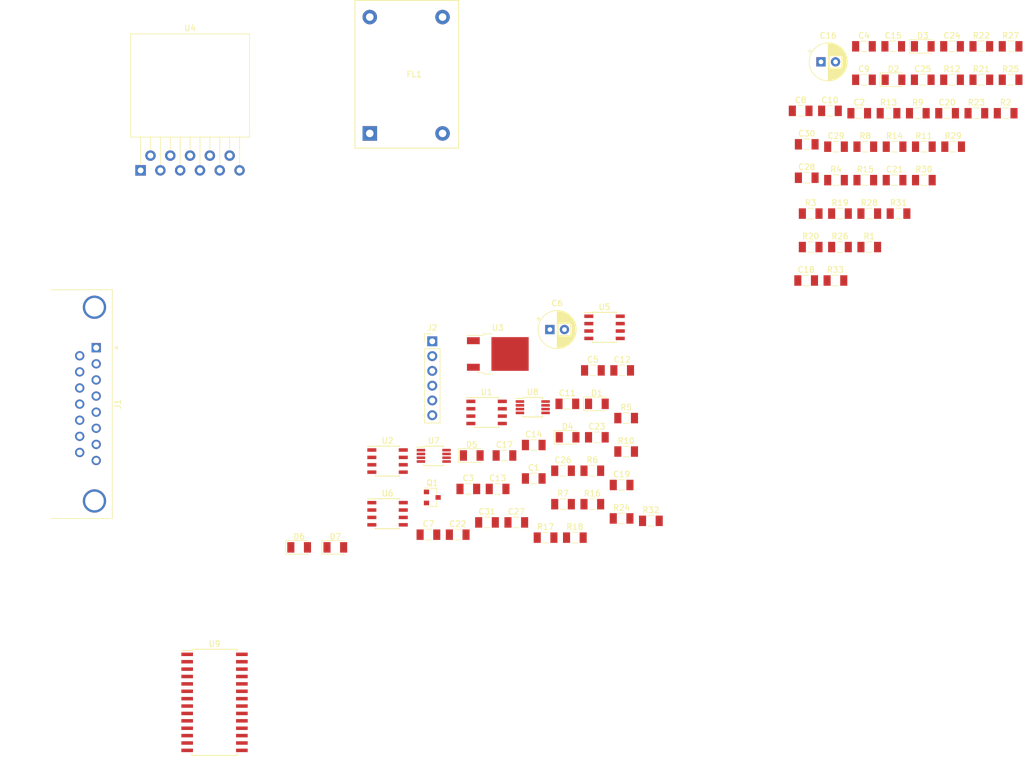
<source format=kicad_pcb>
(kicad_pcb (version 20171130) (host pcbnew "(5.0.0-rc2-dev-451-g0294e41cb)")
  (layers (0 F.Cu signal) (31 B.Cu signal) (34 B.Paste user) (35 F.Paste user) (36 B.SilkS user) (37 F.SilkS user) (38 B.Mask user) (39 F.Mask user) (44 Edge.Cuts user))
  (net 0 "")
  (net 1 "Net-(C1-Pad2)")
  (net 2 GND)
  (net 3 "Net-(C2-Pad2)")
  (net 4 +15V)
  (net 5 +5V)
  (net 6 "Net-(C11-Pad2)")
  (net 7 "Net-(C12-Pad2)")
  (net 8 OCC1)
  (net 9 "Net-(C17-Pad1)")
  (net 10 PWM2)
  (net 11 "Net-(C18-Pad2)")
  (net 12 "Net-(C19-Pad2)")
  (net 13 "Net-(C21-Pad2)")
  (net 14 BMF)
  (net 15 "Net-(C23-Pad2)")
  (net 16 "Net-(C25-Pad2)")
  (net 17 "Net-(C26-Pad2)")
  (net 18 OCC)
  (net 19 CSEN_FLT)
  (net 20 ID_R)
  (net 21 "Net-(C30-Pad1)")
  (net 22 "Net-(C31-Pad2)")
  (net 23 "Net-(D1-Pad2)")
  (net 24 "Net-(D2-Pad2)")
  (net 25 "Net-(D3-Pad2)")
  (net 26 "Net-(D4-Pad2)")
  (net 27 ID)
  (net 28 RST)
  (net 29 OCC2)
  (net 30 PWMO2)
  (net 31 PWMO1)
  (net 32 ICSPDAT)
  (net 33 ICSPCLK)
  (net 34 "Net-(J2-Pad6)")
  (net 35 "Net-(Q1-Pad1)")
  (net 36 "Net-(R3-Pad2)")
  (net 37 VBUS)
  (net 38 BRK)
  (net 39 PWM)
  (net 40 DIR)
  (net 41 "Net-(R8-Pad1)")
  (net 42 THFLG)
  (net 43 "Net-(R13-Pad1)")
  (net 44 "Net-(R13-Pad2)")
  (net 45 TX_ENA)
  (net 46 "Net-(R18-Pad2)")
  (net 47 "Net-(R20-Pad1)")
  (net 48 "Net-(R20-Pad2)")
  (net 49 "Net-(R23-Pad2)")
  (net 50 CSEN)
  (net 51 "Net-(R26-Pad1)")
  (net 52 "Net-(R27-Pad1)")
  (net 53 "Net-(R28-Pad1)")
  (net 54 Reset_A)
  (net 55 Reset_B)
  (net 56 SYNC)
  (net 57 Sync_A)
  (net 58 Sync_B)
  (net 59 TX_B)
  (net 60 TX_A)
  (net 61 TX)
  (net 62 "Net-(U5-Pad1)")
  (net 63 RX_B)
  (net 64 RX_A)
  (net 65 RX)
  (net 66 "Net-(U9-Pad6)")
  (net 67 "Net-(U9-Pad7)")
  (net 68 "Net-(U9-Pad9)")
  (net 69 "Net-(U9-Pad10)")
  (net 70 "Net-(U9-Pad24)")
  (net 71 "Net-(U9-Pad25)")
  (net 72 "Net-(U9-Pad26)")
  (module Capacitor_SMD:C_1206_3216Metric (layer F.Cu) (at 161.515001 122.8075)
    (fp_text reference C1 (at 0 -1.85) (layer F.SilkS))
    (fp_text value 22u)
    (pad 2 smd rect (at 1.43 0) (size 1.22 1.8) (layers F.Cu F.Paste F.Mask) (net 1 "Net-(C1-Pad2)"))
    (pad 1 smd rect (at -1.43 0) (size 1.22 1.8) (layers F.Cu F.Paste F.Mask) (net 2 GND))
  )
  (module Capacitor_SMD:C_1206_3216Metric (layer F.Cu) (at 217.425001 60.0275)
    (fp_text reference C2 (at 0 -1.85) (layer F.SilkS))
    (fp_text value 22u)
    (pad 1 smd rect (at -1.43 0) (size 1.22 1.8) (layers F.Cu F.Paste F.Mask) (net 2 GND))
    (pad 2 smd rect (at 1.43 0) (size 1.22 1.8) (layers F.Cu F.Paste F.Mask) (net 3 "Net-(C2-Pad2)"))
  )
  (module Capacitor_SMD:C_1206_3216Metric (layer F.Cu) (at 150.275001 124.6075)
    (fp_text reference C3 (at 0 -1.85) (layer F.SilkS))
    (fp_text value 100n)
    (pad 1 smd rect (at -1.43 0) (size 1.22 1.8) (layers F.Cu F.Paste F.Mask) (net 2 GND))
    (pad 2 smd rect (at 1.43 0) (size 1.22 1.8) (layers F.Cu F.Paste F.Mask) (net 1 "Net-(C1-Pad2)"))
  )
  (module Capacitor_SMD:C_1206_3216Metric (layer F.Cu) (at 218.235001 48.5275)
    (fp_text reference C4 (at 0 -1.85) (layer F.SilkS))
    (fp_text value 100n)
    (pad 1 smd rect (at -1.43 0) (size 1.22 1.8) (layers F.Cu F.Paste F.Mask) (net 2 GND))
    (pad 2 smd rect (at 1.43 0) (size 1.22 1.8) (layers F.Cu F.Paste F.Mask) (net 3 "Net-(C2-Pad2)"))
  )
  (module Capacitor_SMD:C_1206_3216Metric (layer F.Cu) (at 171.675001 104.2275)
    (fp_text reference C5 (at 0 -1.85) (layer F.SilkS))
    (fp_text value 22u)
    (pad 1 smd rect (at -1.43 0) (size 1.22 1.8) (layers F.Cu F.Paste F.Mask) (net 2 GND))
    (pad 2 smd rect (at 1.43 0) (size 1.22 1.8) (layers F.Cu F.Paste F.Mask) (net 4 +15V))
  )
  (module Capacitor_THT:CP_Radial_D6.3mm_P2.50mm (layer F.Cu) (at 164.290242 97.2075)
    (fp_text reference C6 (at 1.25 -4.52) (layer F.SilkS))
    (fp_text value 3000u)
    (pad 2 thru_hole circle (at 2.5 0) (size 1.6 1.6) (drill 0.8) (layers *.Cu *.Mask) (net 2 GND))
    (pad 1 thru_hole rect (at 0 0) (size 1.6 1.6) (drill 0.8) (layers *.Cu *.Mask) (net 4 +15V))
  )
  (module Capacitor_SMD:C_1206_3216Metric (layer F.Cu) (at 143.425001 132.4675)
    (fp_text reference C7 (at 0 -1.85) (layer F.SilkS))
    (fp_text value 100n)
    (pad 2 smd rect (at 1.43 0) (size 1.22 1.8) (layers F.Cu F.Paste F.Mask) (net 4 +15V))
    (pad 1 smd rect (at -1.43 0) (size 1.22 1.8) (layers F.Cu F.Paste F.Mask) (net 2 GND))
  )
  (module Capacitor_SMD:C_1206_3216Metric (layer F.Cu) (at 207.365001 59.6175)
    (fp_text reference C8 (at 0 -1.85) (layer F.SilkS))
    (fp_text value 22u)
    (pad 1 smd rect (at -1.43 0) (size 1.22 1.8) (layers F.Cu F.Paste F.Mask) (net 2 GND))
    (pad 2 smd rect (at 1.43 0) (size 1.22 1.8) (layers F.Cu F.Paste F.Mask) (net 4 +15V))
  )
  (module Capacitor_SMD:C_1206_3216Metric (layer F.Cu) (at 218.235001 54.2775)
    (fp_text reference C9 (at 0 -1.85) (layer F.SilkS))
    (fp_text value 100n)
    (pad 2 smd rect (at 1.43 0) (size 1.22 1.8) (layers F.Cu F.Paste F.Mask) (net 4 +15V))
    (pad 1 smd rect (at -1.43 0) (size 1.22 1.8) (layers F.Cu F.Paste F.Mask) (net 2 GND))
  )
  (module Capacitor_SMD:C_1206_3216Metric (layer F.Cu) (at 212.395001 59.6175)
    (fp_text reference C10 (at 0 -1.85) (layer F.SilkS))
    (fp_text value 100n)
    (pad 2 smd rect (at 1.43 0) (size 1.22 1.8) (layers F.Cu F.Paste F.Mask) (net 5 +5V))
    (pad 1 smd rect (at -1.43 0) (size 1.22 1.8) (layers F.Cu F.Paste F.Mask) (net 2 GND))
  )
  (module Capacitor_SMD:C_1206_3216Metric (layer F.Cu) (at 167.285001 109.9775)
    (fp_text reference C11 (at 0 -1.85) (layer F.SilkS))
    (fp_text value 22u)
    (pad 1 smd rect (at -1.43 0) (size 1.22 1.8) (layers F.Cu F.Paste F.Mask) (net 2 GND))
    (pad 2 smd rect (at 1.43 0) (size 1.22 1.8) (layers F.Cu F.Paste F.Mask) (net 6 "Net-(C11-Pad2)"))
  )
  (module Capacitor_SMD:C_1206_3216Metric (layer F.Cu) (at 176.705001 104.2275)
    (fp_text reference C12 (at 0 -1.85) (layer F.SilkS))
    (fp_text value 22u)
    (pad 2 smd rect (at 1.43 0) (size 1.22 1.8) (layers F.Cu F.Paste F.Mask) (net 7 "Net-(C12-Pad2)"))
    (pad 1 smd rect (at -1.43 0) (size 1.22 1.8) (layers F.Cu F.Paste F.Mask) (net 2 GND))
  )
  (module Capacitor_SMD:C_1206_3216Metric (layer F.Cu) (at 155.305001 124.6075)
    (fp_text reference C13 (at 0 -1.85) (layer F.SilkS))
    (fp_text value 22u)
    (pad 1 smd rect (at -1.43 0) (size 1.22 1.8) (layers F.Cu F.Paste F.Mask) (net 2 GND))
    (pad 2 smd rect (at 1.43 0) (size 1.22 1.8) (layers F.Cu F.Paste F.Mask) (net 5 +5V))
  )
  (module Capacitor_SMD:C_1206_3216Metric (layer F.Cu) (at 161.515001 117.0575)
    (fp_text reference C14 (at 0 -1.85) (layer F.SilkS))
    (fp_text value 100n)
    (pad 1 smd rect (at -1.43 0) (size 1.22 1.8) (layers F.Cu F.Paste F.Mask) (net 2 GND))
    (pad 2 smd rect (at 1.43 0) (size 1.22 1.8) (layers F.Cu F.Paste F.Mask) (net 6 "Net-(C11-Pad2)"))
  )
  (module Capacitor_SMD:C_1206_3216Metric (layer F.Cu) (at 223.265001 48.5275)
    (fp_text reference C15 (at 0 -1.85) (layer F.SilkS))
    (fp_text value 100n)
    (pad 2 smd rect (at 1.43 0) (size 1.22 1.8) (layers F.Cu F.Paste F.Mask) (net 7 "Net-(C12-Pad2)"))
    (pad 1 smd rect (at -1.43 0) (size 1.22 1.8) (layers F.Cu F.Paste F.Mask) (net 2 GND))
  )
  (module Capacitor_THT:CP_Radial_D6.3mm_P2.50mm (layer F.Cu) (at 210.850242 51.1975)
    (fp_text reference C16 (at 1.25 -4.52) (layer F.SilkS))
    (fp_text value 100u)
    (pad 1 thru_hole rect (at 0 0) (size 1.6 1.6) (drill 0.8) (layers *.Cu *.Mask) (net 5 +5V))
    (pad 2 thru_hole circle (at 2.5 0) (size 1.6 1.6) (drill 0.8) (layers *.Cu *.Mask) (net 2 GND))
  )
  (module Capacitor_SMD:C_1206_3216Metric (layer F.Cu) (at 156.485001 118.8575)
    (fp_text reference C17 (at 0 -1.85) (layer F.SilkS))
    (fp_text value 10n)
    (pad 2 smd rect (at 1.43 0) (size 1.22 1.8) (layers F.Cu F.Paste F.Mask) (net 8 OCC1))
    (pad 1 smd rect (at -1.43 0) (size 1.22 1.8) (layers F.Cu F.Paste F.Mask) (net 9 "Net-(C17-Pad1)"))
  )
  (module Capacitor_SMD:C_1206_3216Metric (layer F.Cu) (at 208.305001 88.7775)
    (fp_text reference C18 (at 0 -1.85) (layer F.SilkS))
    (fp_text value 10n)
    (pad 1 smd rect (at -1.43 0) (size 1.22 1.8) (layers F.Cu F.Paste F.Mask) (net 10 PWM2))
    (pad 2 smd rect (at 1.43 0) (size 1.22 1.8) (layers F.Cu F.Paste F.Mask) (net 11 "Net-(C18-Pad2)"))
  )
  (module Capacitor_SMD:C_1206_3216Metric (layer F.Cu) (at 176.605001 123.9275)
    (fp_text reference C19 (at 0 -1.85) (layer F.SilkS))
    (fp_text value 22u)
    (pad 1 smd rect (at -1.43 0) (size 1.22 1.8) (layers F.Cu F.Paste F.Mask) (net 2 GND))
    (pad 2 smd rect (at 1.43 0) (size 1.22 1.8) (layers F.Cu F.Paste F.Mask) (net 12 "Net-(C19-Pad2)"))
  )
  (module Capacitor_SMD:C_1206_3216Metric (layer F.Cu) (at 232.515001 60.0275)
    (fp_text reference C20 (at 0 -1.85) (layer F.SilkS))
    (fp_text value 100n)
    (pad 2 smd rect (at 1.43 0) (size 1.22 1.8) (layers F.Cu F.Paste F.Mask) (net 12 "Net-(C19-Pad2)"))
    (pad 1 smd rect (at -1.43 0) (size 1.22 1.8) (layers F.Cu F.Paste F.Mask) (net 2 GND))
  )
  (module Capacitor_SMD:C_1206_3216Metric (layer F.Cu) (at 223.495001 71.5275)
    (fp_text reference C21 (at 0 -1.85) (layer F.SilkS))
    (fp_text value 100n)
    (pad 2 smd rect (at 1.43 0) (size 1.22 1.8) (layers F.Cu F.Paste F.Mask) (net 13 "Net-(C21-Pad2)"))
    (pad 1 smd rect (at -1.43 0) (size 1.22 1.8) (layers F.Cu F.Paste F.Mask) (net 2 GND))
  )
  (module Capacitor_SMD:C_1206_3216Metric (layer F.Cu) (at 148.455001 132.4675)
    (fp_text reference C22 (at 0 -1.85) (layer F.SilkS))
    (fp_text value 1u)
    (pad 1 smd rect (at -1.43 0) (size 1.22 1.8) (layers F.Cu F.Paste F.Mask) (net 2 GND))
    (pad 2 smd rect (at 1.43 0) (size 1.22 1.8) (layers F.Cu F.Paste F.Mask) (net 14 BMF))
  )
  (module Capacitor_SMD:C_1206_3216Metric (layer F.Cu) (at 172.355001 115.7275)
    (fp_text reference C23 (at 0 -1.85) (layer F.SilkS))
    (fp_text value 22u)
    (pad 2 smd rect (at 1.43 0) (size 1.22 1.8) (layers F.Cu F.Paste F.Mask) (net 15 "Net-(C23-Pad2)"))
    (pad 1 smd rect (at -1.43 0) (size 1.22 1.8) (layers F.Cu F.Paste F.Mask) (net 2 GND))
  )
  (module Capacitor_SMD:C_1206_3216Metric (layer F.Cu) (at 233.365001 48.5275)
    (fp_text reference C24 (at 0 -1.85) (layer F.SilkS))
    (fp_text value 100n)
    (pad 1 smd rect (at -1.43 0) (size 1.22 1.8) (layers F.Cu F.Paste F.Mask) (net 2 GND))
    (pad 2 smd rect (at 1.43 0) (size 1.22 1.8) (layers F.Cu F.Paste F.Mask) (net 15 "Net-(C23-Pad2)"))
  )
  (module Capacitor_SMD:C_1206_3216Metric (layer F.Cu) (at 228.335001 54.2775)
    (fp_text reference C25 (at 0 -1.85) (layer F.SilkS))
    (fp_text value 100n)
    (pad 1 smd rect (at -1.43 0) (size 1.22 1.8) (layers F.Cu F.Paste F.Mask) (net 2 GND))
    (pad 2 smd rect (at 1.43 0) (size 1.22 1.8) (layers F.Cu F.Paste F.Mask) (net 16 "Net-(C25-Pad2)"))
  )
  (module Capacitor_SMD:C_1206_3216Metric (layer F.Cu) (at 166.545001 121.4775)
    (fp_text reference C26 (at 0 -1.85) (layer F.SilkS))
    (fp_text value 22u)
    (pad 2 smd rect (at 1.43 0) (size 1.22 1.8) (layers F.Cu F.Paste F.Mask) (net 17 "Net-(C26-Pad2)"))
    (pad 1 smd rect (at -1.43 0) (size 1.22 1.8) (layers F.Cu F.Paste F.Mask) (net 2 GND))
  )
  (module Capacitor_SMD:C_1206_3216Metric (layer F.Cu) (at 158.515001 130.3575)
    (fp_text reference C27 (at 0 -1.85) (layer F.SilkS))
    (fp_text value 100n)
    (pad 1 smd rect (at -1.43 0) (size 1.22 1.8) (layers F.Cu F.Paste F.Mask) (net 2 GND))
    (pad 2 smd rect (at 1.43 0) (size 1.22 1.8) (layers F.Cu F.Paste F.Mask) (net 17 "Net-(C26-Pad2)"))
  )
  (module Capacitor_SMD:C_1206_3216Metric (layer F.Cu) (at 208.405001 71.1175)
    (fp_text reference C28 (at 0 -1.85) (layer F.SilkS))
    (fp_text value 1u)
    (pad 1 smd rect (at -1.43 0) (size 1.22 1.8) (layers F.Cu F.Paste F.Mask) (net 2 GND))
    (pad 2 smd rect (at 1.43 0) (size 1.22 1.8) (layers F.Cu F.Paste F.Mask) (net 18 OCC))
  )
  (module Capacitor_SMD:C_1206_3216Metric (layer F.Cu) (at 213.435001 65.7775)
    (fp_text reference C29 (at 0 -1.85) (layer F.SilkS))
    (fp_text value 22u)
    (pad 2 smd rect (at 1.43 0) (size 1.22 1.8) (layers F.Cu F.Paste F.Mask) (net 19 CSEN_FLT))
    (pad 1 smd rect (at -1.43 0) (size 1.22 1.8) (layers F.Cu F.Paste F.Mask) (net 2 GND))
  )
  (module Capacitor_SMD:C_1206_3216Metric (layer F.Cu) (at 208.405001 65.3675)
    (fp_text reference C30 (at 0 -1.85) (layer F.SilkS))
    (fp_text value 22u)
    (pad 2 smd rect (at 1.43 0) (size 1.22 1.8) (layers F.Cu F.Paste F.Mask) (net 20 ID_R))
    (pad 1 smd rect (at -1.43 0) (size 1.22 1.8) (layers F.Cu F.Paste F.Mask) (net 21 "Net-(C30-Pad1)"))
  )
  (module Capacitor_SMD:C_1206_3216Metric (layer F.Cu) (at 153.485001 130.3575)
    (fp_text reference C31 (at 0 -1.85) (layer F.SilkS))
    (fp_text value 100n)
    (pad 2 smd rect (at 1.43 0) (size 1.22 1.8) (layers F.Cu F.Paste F.Mask) (net 22 "Net-(C31-Pad2)"))
    (pad 1 smd rect (at -1.43 0) (size 1.22 1.8) (layers F.Cu F.Paste F.Mask) (net 2 GND))
  )
  (module LED_SMD:LED_1206_3216Metric (layer F.Cu) (at 172.360001 109.9775)
    (fp_text reference D1 (at 0 -1.85) (layer F.SilkS))
    (fp_text value LED)
    (pad 1 smd rect (at -1.43 0) (size 1.22 1.8) (layers F.Cu F.Paste F.Mask) (net 2 GND))
    (pad 2 smd rect (at 1.43 0) (size 1.22 1.8) (layers F.Cu F.Paste F.Mask) (net 23 "Net-(D1-Pad2)"))
  )
  (module LED_SMD:LED_1206_3216Metric (layer F.Cu) (at 223.310001 54.2775)
    (fp_text reference D2 (at 0 -1.85) (layer F.SilkS))
    (fp_text value LED)
    (pad 1 smd rect (at -1.43 0) (size 1.22 1.8) (layers F.Cu F.Paste F.Mask) (net 2 GND))
    (pad 2 smd rect (at 1.43 0) (size 1.22 1.8) (layers F.Cu F.Paste F.Mask) (net 24 "Net-(D2-Pad2)"))
  )
  (module LED_SMD:LED_1206_3216Metric (layer F.Cu) (at 228.340001 48.5275)
    (fp_text reference D3 (at 0 -1.85) (layer F.SilkS))
    (fp_text value LED)
    (pad 2 smd rect (at 1.43 0) (size 1.22 1.8) (layers F.Cu F.Paste F.Mask) (net 25 "Net-(D3-Pad2)"))
    (pad 1 smd rect (at -1.43 0) (size 1.22 1.8) (layers F.Cu F.Paste F.Mask) (net 2 GND))
  )
  (module LED_SMD:LED_1206_3216Metric (layer F.Cu) (at 167.330001 115.7275)
    (fp_text reference D4 (at 0 -1.85) (layer F.SilkS))
    (fp_text value LED)
    (pad 2 smd rect (at 1.43 0) (size 1.22 1.8) (layers F.Cu F.Paste F.Mask) (net 26 "Net-(D4-Pad2)"))
    (pad 1 smd rect (at -1.43 0) (size 1.22 1.8) (layers F.Cu F.Paste F.Mask) (net 2 GND))
  )
  (module Diode_SMD:D_1206_3216Metric (layer F.Cu) (at 150.868333 118.8575)
    (fp_text reference D5 (at 0 -1.85) (layer F.SilkS))
    (fp_text value 1n4148)
    (pad 1 smd rect (at -1.43 0) (size 1.22 1.8) (layers F.Cu F.Paste F.Mask) (net 5 +5V))
    (pad 2 smd rect (at 1.43 0) (size 1.22 1.8) (layers F.Cu F.Paste F.Mask) (net 27 ID))
  )
  (module Diode_SMD:D_1206_3216Metric (layer F.Cu) (at 121.218333 134.6475)
    (fp_text reference D6 (at 0 -1.85) (layer F.SilkS))
    (fp_text value 1n4148)
    (pad 2 smd rect (at 1.43 0) (size 1.22 1.8) (layers F.Cu F.Paste F.Mask) (net 2 GND))
    (pad 1 smd rect (at -1.43 0) (size 1.22 1.8) (layers F.Cu F.Paste F.Mask) (net 27 ID))
  )
  (module Diode_SMD:D_1206_3216Metric (layer F.Cu) (at 127.428333 134.6475)
    (fp_text reference D7 (at 0 -1.85) (layer F.SilkS))
    (fp_text value 1n4148)
    (pad 1 smd rect (at -1.43 0) (size 1.22 1.8) (layers F.Cu F.Paste F.Mask) (net 28 RST))
    (pad 2 smd rect (at 1.43 0) (size 1.22 1.8) (layers F.Cu F.Paste F.Mask) (net 22 "Net-(C31-Pad2)"))
  )
  (module Connector_PinHeader_2.54mm:PinHeader_1x06_P2.54mm_Vertical (layer F.Cu) (at 144.082619 99.2375)
    (fp_text reference J2 (at 0 -2.33) (layer F.SilkS))
    (fp_text value Conn_01x06)
    (pad 1 thru_hole rect (at 0 0) (size 1.7 1.7) (drill 1) (layers *.Cu *.Mask) (net 28 RST))
    (pad 2 thru_hole oval (at 0 2.54) (size 1.7 1.7) (drill 1) (layers *.Cu *.Mask) (net 5 +5V))
    (pad 3 thru_hole oval (at 0 5.08) (size 1.7 1.7) (drill 1) (layers *.Cu *.Mask) (net 2 GND))
    (pad 4 thru_hole oval (at 0 7.62) (size 1.7 1.7) (drill 1) (layers *.Cu *.Mask) (net 32 ICSPDAT))
    (pad 5 thru_hole oval (at 0 10.16) (size 1.7 1.7) (drill 1) (layers *.Cu *.Mask) (net 33 ICSPCLK))
    (pad 6 thru_hole oval (at 0 12.7) (size 1.7 1.7) (drill 1) (layers *.Cu *.Mask) (net 34 "Net-(J2-Pad6)"))
  )
  (module Package_TO_SOT_SMD:SOT-23 (layer F.Cu) (at 144.089762 126.0675)
    (fp_text reference Q1 (at 0 -2.5) (layer F.SilkS))
    (fp_text value 2N7002)
    (pad 1 smd rect (at -1 -0.95) (size 0.9 0.8) (layers F.Cu F.Paste F.Mask) (net 35 "Net-(Q1-Pad1)"))
    (pad 2 smd rect (at -1 0.95) (size 0.9 0.8) (layers F.Cu F.Paste F.Mask) (net 2 GND))
    (pad 3 smd rect (at 1 0) (size 0.9 0.8) (layers F.Cu F.Paste F.Mask) (net 28 RST))
  )
  (module Resistor_SMD:R_1206_3216Metric (layer F.Cu) (at 219.145001 83.0275)
    (fp_text reference R1 (at 0 -1.85) (layer F.SilkS))
    (fp_text value 10E)
    (pad 2 smd rect (at 1.43 0) (size 1.22 1.8) (layers F.Cu F.Paste F.Mask) (net 5 +5V))
    (pad 1 smd rect (at -1.43 0) (size 1.22 1.8) (layers F.Cu F.Paste F.Mask) (net 1 "Net-(C1-Pad2)"))
  )
  (module Resistor_SMD:R_1206_3216Metric (layer F.Cu) (at 242.575001 60.0275)
    (fp_text reference R2 (at 0 -1.85) (layer F.SilkS))
    (fp_text value 10E)
    (pad 2 smd rect (at 1.43 0) (size 1.22 1.8) (layers F.Cu F.Paste F.Mask) (net 5 +5V))
    (pad 1 smd rect (at -1.43 0) (size 1.22 1.8) (layers F.Cu F.Paste F.Mask) (net 3 "Net-(C2-Pad2)"))
  )
  (module Resistor_SMD:R_1206_3216Metric (layer F.Cu) (at 209.085001 77.2775)
    (fp_text reference R3 (at 0 -1.85) (layer F.SilkS))
    (fp_text value 10E)
    (pad 2 smd rect (at 1.43 0) (size 1.22 1.8) (layers F.Cu F.Paste F.Mask) (net 36 "Net-(R3-Pad2)"))
    (pad 1 smd rect (at -1.43 0) (size 1.22 1.8) (layers F.Cu F.Paste F.Mask) (net 37 VBUS))
  )
  (module Resistor_SMD:R_1206_3216Metric (layer F.Cu) (at 213.435001 71.5275)
    (fp_text reference R4 (at 0 -1.85) (layer F.SilkS))
    (fp_text value 4K7)
    (pad 2 smd rect (at 1.43 0) (size 1.22 1.8) (layers F.Cu F.Paste F.Mask) (net 5 +5V))
    (pad 1 smd rect (at -1.43 0) (size 1.22 1.8) (layers F.Cu F.Paste F.Mask) (net 38 BRK))
  )
  (module Resistor_SMD:R_1206_3216Metric (layer F.Cu) (at 177.385001 112.4275)
    (fp_text reference R5 (at 0 -1.85) (layer F.SilkS))
    (fp_text value 10E)
    (pad 1 smd rect (at -1.43 0) (size 1.22 1.8) (layers F.Cu F.Paste F.Mask) (net 36 "Net-(R3-Pad2)"))
    (pad 2 smd rect (at 1.43 0) (size 1.22 1.8) (layers F.Cu F.Paste F.Mask) (net 4 +15V))
  )
  (module Resistor_SMD:R_1206_3216Metric (layer F.Cu) (at 171.575001 121.4775)
    (fp_text reference R6 (at 0 -1.85) (layer F.SilkS))
    (fp_text value 4K7)
    (pad 1 smd rect (at -1.43 0) (size 1.22 1.8) (layers F.Cu F.Paste F.Mask) (net 2 GND))
    (pad 2 smd rect (at 1.43 0) (size 1.22 1.8) (layers F.Cu F.Paste F.Mask) (net 39 PWM))
  )
  (module Resistor_SMD:R_1206_3216Metric (layer F.Cu) (at 166.545001 127.2275)
    (fp_text reference R7 (at 0 -1.85) (layer F.SilkS))
    (fp_text value 4K7)
    (pad 1 smd rect (at -1.43 0) (size 1.22 1.8) (layers F.Cu F.Paste F.Mask) (net 2 GND))
    (pad 2 smd rect (at 1.43 0) (size 1.22 1.8) (layers F.Cu F.Paste F.Mask) (net 40 DIR))
  )
  (module Resistor_SMD:R_1206_3216Metric (layer F.Cu) (at 218.465001 65.7775)
    (fp_text reference R8 (at 0 -1.85) (layer F.SilkS))
    (fp_text value 100E)
    (pad 1 smd rect (at -1.43 0) (size 1.22 1.8) (layers F.Cu F.Paste F.Mask) (net 41 "Net-(R8-Pad1)"))
    (pad 2 smd rect (at 1.43 0) (size 1.22 1.8) (layers F.Cu F.Paste F.Mask) (net 35 "Net-(Q1-Pad1)"))
  )
  (module Resistor_SMD:R_1206_3216Metric (layer F.Cu) (at 227.485001 60.0275)
    (fp_text reference R9 (at 0 -1.85) (layer F.SilkS))
    (fp_text value 10E)
    (pad 1 smd rect (at -1.43 0) (size 1.22 1.8) (layers F.Cu F.Paste F.Mask) (net 6 "Net-(C11-Pad2)"))
    (pad 2 smd rect (at 1.43 0) (size 1.22 1.8) (layers F.Cu F.Paste F.Mask) (net 5 +5V))
  )
  (module Resistor_SMD:R_1206_3216Metric (layer F.Cu) (at 177.385001 118.1775)
    (fp_text reference R10 (at 0 -1.85) (layer F.SilkS))
    (fp_text value 10E)
    (pad 1 smd rect (at -1.43 0) (size 1.22 1.8) (layers F.Cu F.Paste F.Mask) (net 7 "Net-(C12-Pad2)"))
    (pad 2 smd rect (at 1.43 0) (size 1.22 1.8) (layers F.Cu F.Paste F.Mask) (net 5 +5V))
  )
  (module Resistor_SMD:R_1206_3216Metric (layer F.Cu) (at 228.525001 65.7775)
    (fp_text reference R11 (at 0 -1.85) (layer F.SilkS))
    (fp_text value 4K7)
    (pad 2 smd rect (at 1.43 0) (size 1.22 1.8) (layers F.Cu F.Paste F.Mask) (net 5 +5V))
    (pad 1 smd rect (at -1.43 0) (size 1.22 1.8) (layers F.Cu F.Paste F.Mask) (net 42 THFLG))
  )
  (module Resistor_SMD:R_1206_3216Metric (layer F.Cu) (at 233.365001 54.2775)
    (fp_text reference R12 (at 0 -1.85) (layer F.SilkS))
    (fp_text value 10E)
    (pad 2 smd rect (at 1.43 0) (size 1.22 1.8) (layers F.Cu F.Paste F.Mask) (net 12 "Net-(C19-Pad2)"))
    (pad 1 smd rect (at -1.43 0) (size 1.22 1.8) (layers F.Cu F.Paste F.Mask) (net 5 +5V))
  )
  (module Resistor_SMD:R_1206_3216Metric (layer F.Cu) (at 222.455001 60.0275)
    (fp_text reference R13 (at 0 -1.85) (layer F.SilkS))
    (fp_text value 10E)
    (pad 1 smd rect (at -1.43 0) (size 1.22 1.8) (layers F.Cu F.Paste F.Mask) (net 43 "Net-(R13-Pad1)"))
    (pad 2 smd rect (at 1.43 0) (size 1.22 1.8) (layers F.Cu F.Paste F.Mask) (net 44 "Net-(R13-Pad2)"))
  )
  (module Resistor_SMD:R_1206_3216Metric (layer F.Cu) (at 223.495001 65.7775)
    (fp_text reference R14 (at 0 -1.85) (layer F.SilkS))
    (fp_text value 4K7)
    (pad 2 smd rect (at 1.43 0) (size 1.22 1.8) (layers F.Cu F.Paste F.Mask) (net 45 TX_ENA))
    (pad 1 smd rect (at -1.43 0) (size 1.22 1.8) (layers F.Cu F.Paste F.Mask) (net 2 GND))
  )
  (module Resistor_SMD:R_1206_3216Metric (layer F.Cu) (at 218.465001 71.5275)
    (fp_text reference R15 (at 0 -1.85) (layer F.SilkS))
    (fp_text value 10E)
    (pad 2 smd rect (at 1.43 0) (size 1.22 1.8) (layers F.Cu F.Paste F.Mask) (net 2 GND))
    (pad 1 smd rect (at -1.43 0) (size 1.22 1.8) (layers F.Cu F.Paste F.Mask) (net 13 "Net-(C21-Pad2)"))
  )
  (module Resistor_SMD:R_1206_3216Metric (layer F.Cu) (at 171.575001 127.2275)
    (fp_text reference R16 (at 0 -1.85) (layer F.SilkS))
    (fp_text value 0.2E)
    (pad 1 smd rect (at -1.43 0) (size 1.22 1.8) (layers F.Cu F.Paste F.Mask) (net 8 OCC1))
    (pad 2 smd rect (at 1.43 0) (size 1.22 1.8) (layers F.Cu F.Paste F.Mask) (net 29 OCC2))
  )
  (module Resistor_SMD:R_1206_3216Metric (layer F.Cu) (at 163.545001 132.9775)
    (fp_text reference R17 (at 0 -1.85) (layer F.SilkS))
    (fp_text value 0.2E)
    (pad 2 smd rect (at 1.43 0) (size 1.22 1.8) (layers F.Cu F.Paste F.Mask) (net 29 OCC2))
    (pad 1 smd rect (at -1.43 0) (size 1.22 1.8) (layers F.Cu F.Paste F.Mask) (net 8 OCC1))
  )
  (module Resistor_SMD:R_1206_3216Metric (layer F.Cu) (at 168.575001 132.9775)
    (fp_text reference R18 (at 0 -1.85) (layer F.SilkS))
    (fp_text value 100E)
    (pad 1 smd rect (at -1.43 0) (size 1.22 1.8) (layers F.Cu F.Paste F.Mask) (net 14 BMF))
    (pad 2 smd rect (at 1.43 0) (size 1.22 1.8) (layers F.Cu F.Paste F.Mask) (net 46 "Net-(R18-Pad2)"))
  )
  (module Resistor_SMD:R_1206_3216Metric (layer F.Cu) (at 214.115001 77.2775)
    (fp_text reference R19 (at 0 -1.85) (layer F.SilkS))
    (fp_text value 10E)
    (pad 2 smd rect (at 1.43 0) (size 1.22 1.8) (layers F.Cu F.Paste F.Mask) (net 15 "Net-(C23-Pad2)"))
    (pad 1 smd rect (at -1.43 0) (size 1.22 1.8) (layers F.Cu F.Paste F.Mask) (net 5 +5V))
  )
  (module Resistor_SMD:R_1206_3216Metric (layer F.Cu) (at 209.085001 83.0275)
    (fp_text reference R20 (at 0 -1.85) (layer F.SilkS))
    (fp_text value 10E)
    (pad 1 smd rect (at -1.43 0) (size 1.22 1.8) (layers F.Cu F.Paste F.Mask) (net 47 "Net-(R20-Pad1)"))
    (pad 2 smd rect (at 1.43 0) (size 1.22 1.8) (layers F.Cu F.Paste F.Mask) (net 48 "Net-(R20-Pad2)"))
  )
  (module Resistor_SMD:R_1206_3216Metric (layer F.Cu) (at 238.395001 54.2775)
    (fp_text reference R21 (at 0 -1.85) (layer F.SilkS))
    (fp_text value 10E)
    (pad 2 smd rect (at 1.43 0) (size 1.22 1.8) (layers F.Cu F.Paste F.Mask) (net 2 GND))
    (pad 1 smd rect (at -1.43 0) (size 1.22 1.8) (layers F.Cu F.Paste F.Mask) (net 16 "Net-(C25-Pad2)"))
  )
  (module Resistor_SMD:R_1206_3216Metric (layer F.Cu) (at 238.395001 48.5275)
    (fp_text reference R22 (at 0 -1.85) (layer F.SilkS))
    (fp_text value 10E)
    (pad 1 smd rect (at -1.43 0) (size 1.22 1.8) (layers F.Cu F.Paste F.Mask) (net 5 +5V))
    (pad 2 smd rect (at 1.43 0) (size 1.22 1.8) (layers F.Cu F.Paste F.Mask) (net 17 "Net-(C26-Pad2)"))
  )
  (module Resistor_SMD:R_1206_3216Metric (layer F.Cu) (at 237.545001 60.0275)
    (fp_text reference R23 (at 0 -1.85) (layer F.SilkS))
    (fp_text value 100E)
    (pad 1 smd rect (at -1.43 0) (size 1.22 1.8) (layers F.Cu F.Paste F.Mask) (net 18 OCC))
    (pad 2 smd rect (at 1.43 0) (size 1.22 1.8) (layers F.Cu F.Paste F.Mask) (net 49 "Net-(R23-Pad2)"))
  )
  (module Resistor_SMD:R_1206_3216Metric (layer F.Cu) (at 176.605001 129.6775)
    (fp_text reference R24 (at 0 -1.85) (layer F.SilkS))
    (fp_text value 3K3)
    (pad 2 smd rect (at 1.43 0) (size 1.22 1.8) (layers F.Cu F.Paste F.Mask) (net 50 CSEN))
    (pad 1 smd rect (at -1.43 0) (size 1.22 1.8) (layers F.Cu F.Paste F.Mask) (net 2 GND))
  )
  (module Resistor_SMD:R_1206_3216Metric (layer F.Cu) (at 243.425001 54.2775)
    (fp_text reference R25 (at 0 -1.85) (layer F.SilkS))
    (fp_text value 1K)
    (pad 1 smd rect (at -1.43 0) (size 1.22 1.8) (layers F.Cu F.Paste F.Mask) (net 50 CSEN))
    (pad 2 smd rect (at 1.43 0) (size 1.22 1.8) (layers F.Cu F.Paste F.Mask) (net 19 CSEN_FLT))
  )
  (module Resistor_SMD:R_1206_3216Metric (layer F.Cu) (at 214.115001 83.0275)
    (fp_text reference R26 (at 0 -1.85) (layer F.SilkS))
    (fp_text value 330E)
    (pad 2 smd rect (at 1.43 0) (size 1.22 1.8) (layers F.Cu F.Paste F.Mask) (net 23 "Net-(D1-Pad2)"))
    (pad 1 smd rect (at -1.43 0) (size 1.22 1.8) (layers F.Cu F.Paste F.Mask) (net 51 "Net-(R26-Pad1)"))
  )
  (module Resistor_SMD:R_1206_3216Metric (layer F.Cu) (at 243.425001 48.5275)
    (fp_text reference R27 (at 0 -1.85) (layer F.SilkS))
    (fp_text value 330E)
    (pad 1 smd rect (at -1.43 0) (size 1.22 1.8) (layers F.Cu F.Paste F.Mask) (net 52 "Net-(R27-Pad1)"))
    (pad 2 smd rect (at 1.43 0) (size 1.22 1.8) (layers F.Cu F.Paste F.Mask) (net 24 "Net-(D2-Pad2)"))
  )
  (module Resistor_SMD:R_1206_3216Metric (layer F.Cu) (at 219.145001 77.2775)
    (fp_text reference R28 (at 0 -1.85) (layer F.SilkS))
    (fp_text value 330E)
    (pad 2 smd rect (at 1.43 0) (size 1.22 1.8) (layers F.Cu F.Paste F.Mask) (net 25 "Net-(D3-Pad2)"))
    (pad 1 smd rect (at -1.43 0) (size 1.22 1.8) (layers F.Cu F.Paste F.Mask) (net 53 "Net-(R28-Pad1)"))
  )
  (module Resistor_SMD:R_1206_3216Metric (layer F.Cu) (at 233.555001 65.7775)
    (fp_text reference R29 (at 0 -1.85) (layer F.SilkS))
    (fp_text value 330E)
    (pad 2 smd rect (at 1.43 0) (size 1.22 1.8) (layers F.Cu F.Paste F.Mask) (net 26 "Net-(D4-Pad2)"))
    (pad 1 smd rect (at -1.43 0) (size 1.22 1.8) (layers F.Cu F.Paste F.Mask) (net 45 TX_ENA))
  )
  (module Resistor_SMD:R_1206_3216Metric (layer F.Cu) (at 228.525001 71.5275)
    (fp_text reference R30 (at 0 -1.85) (layer F.SilkS))
    (fp_text value 1K)
    (pad 1 smd rect (at -1.43 0) (size 1.22 1.8) (layers F.Cu F.Paste F.Mask) (net 20 ID_R))
    (pad 2 smd rect (at 1.43 0) (size 1.22 1.8) (layers F.Cu F.Paste F.Mask) (net 27 ID))
  )
  (module Resistor_SMD:R_1206_3216Metric (layer F.Cu) (at 224.175001 77.2775)
    (fp_text reference R31 (at 0 -1.85) (layer F.SilkS))
    (fp_text value 100K)
    (pad 1 smd rect (at -1.43 0) (size 1.22 1.8) (layers F.Cu F.Paste F.Mask) (net 22 "Net-(C31-Pad2)"))
    (pad 2 smd rect (at 1.43 0) (size 1.22 1.8) (layers F.Cu F.Paste F.Mask) (net 2 GND))
  )
  (module Resistor_SMD:R_1206_3216Metric (layer F.Cu) (at 181.635001 130.0875)
    (fp_text reference R32 (at 0 -1.85) (layer F.SilkS))
    (fp_text value 10K)
    (pad 1 smd rect (at -1.43 0) (size 1.22 1.8) (layers F.Cu F.Paste F.Mask) (net 5 +5V))
    (pad 2 smd rect (at 1.43 0) (size 1.22 1.8) (layers F.Cu F.Paste F.Mask) (net 22 "Net-(C31-Pad2)"))
  )
  (module Resistor_SMD:R_1206_3216Metric (layer F.Cu) (at 213.335001 88.7775)
    (fp_text reference R33 (at 0 -1.85) (layer F.SilkS))
    (fp_text value 1K)
    (pad 2 smd rect (at 1.43 0) (size 1.22 1.8) (layers F.Cu F.Paste F.Mask) (net 20 ID_R))
    (pad 1 smd rect (at -1.43 0) (size 1.22 1.8) (layers F.Cu F.Paste F.Mask) (net 5 +5V))
  )
  (module Package_SO:SOIC-8_3.9x4.9mm_P1.27mm (layer F.Cu) (at 153.413095 111.4575)
    (fp_text reference U1 (at 0 -3.5) (layer F.SilkS))
    (fp_text value ST485EBDR)
    (pad 1 smd rect (at -2.7 -1.905) (size 1.55 0.6) (layers F.Cu F.Paste F.Mask) (net 41 "Net-(R8-Pad1)"))
    (pad 2 smd rect (at -2.7 -0.635) (size 1.55 0.6) (layers F.Cu F.Paste F.Mask) (net 2 GND))
    (pad 3 smd rect (at -2.7 0.635) (size 1.55 0.6) (layers F.Cu F.Paste F.Mask) (net 2 GND))
    (pad 4 smd rect (at -2.7 1.905) (size 1.55 0.6) (layers F.Cu F.Paste F.Mask) (net 2 GND))
    (pad 5 smd rect (at 2.7 1.905) (size 1.55 0.6) (layers F.Cu F.Paste F.Mask) (net 2 GND))
    (pad 6 smd rect (at 2.7 0.635) (size 1.55 0.6) (layers F.Cu F.Paste F.Mask) (net 54 Reset_A))
    (pad 7 smd rect (at 2.7 -0.635) (size 1.55 0.6) (layers F.Cu F.Paste F.Mask) (net 55 Reset_B))
    (pad 8 smd rect (at 2.7 -1.905) (size 1.55 0.6) (layers F.Cu F.Paste F.Mask) (net 1 "Net-(C1-Pad2)"))
  )
  (module Package_SO:SOIC-8_3.9x4.9mm_P1.27mm (layer F.Cu) (at 136.403095 119.8175)
    (fp_text reference U2 (at 0 -3.5) (layer F.SilkS))
    (fp_text value ST485EBDR)
    (pad 1 smd rect (at -2.7 -1.905) (size 1.55 0.6) (layers F.Cu F.Paste F.Mask) (net 56 SYNC))
    (pad 2 smd rect (at -2.7 -0.635) (size 1.55 0.6) (layers F.Cu F.Paste F.Mask) (net 2 GND))
    (pad 3 smd rect (at -2.7 0.635) (size 1.55 0.6) (layers F.Cu F.Paste F.Mask) (net 2 GND))
    (pad 4 smd rect (at -2.7 1.905) (size 1.55 0.6) (layers F.Cu F.Paste F.Mask) (net 2 GND))
    (pad 5 smd rect (at 2.7 1.905) (size 1.55 0.6) (layers F.Cu F.Paste F.Mask) (net 2 GND))
    (pad 6 smd rect (at 2.7 0.635) (size 1.55 0.6) (layers F.Cu F.Paste F.Mask) (net 57 Sync_A))
    (pad 7 smd rect (at 2.7 -0.635) (size 1.55 0.6) (layers F.Cu F.Paste F.Mask) (net 58 Sync_B))
    (pad 8 smd rect (at 2.7 -1.905) (size 1.55 0.6) (layers F.Cu F.Paste F.Mask) (net 3 "Net-(C2-Pad2)"))
  )
  (module Package_TO_SOT_SMD:TO-252-2 (layer F.Cu) (at 155.341666 101.4075)
    (fp_text reference U3 (at 0 -4.5) (layer F.SilkS))
    (fp_text value LM78M05_TO252)
    (pad 1 smd rect (at -4.2 -2.28) (size 2.2 1.2) (layers F.Cu F.Paste F.Mask) (net 4 +15V))
    (pad 3 smd rect (at -4.2 2.28) (size 2.2 1.2) (layers F.Cu F.Paste F.Mask) (net 5 +5V))
    (pad 2 smd rect (at 2.1 0) (size 6.4 5.8) (layers F.Cu F.Mask) (net 2 GND))
  )
  (module Package_TO_SOT_THT:TO-220-11_Horizontal_TabDown_StaggeredType1_Py2.54mm (layer F.Cu) (at 93.98 69.85)
    (fp_text reference U4 (at 8.5 -24.46) (layer F.SilkS))
    (fp_text value LMD18200)
    (pad "" np_thru_hole oval (at 8.5 -20.54) (size 3.5 3.5) (drill 3.5) (layers *.Cu *.Mask))
    (pad 1 thru_hole rect (at 0 0) (size 1.8 1.8) (drill 1) (layers *.Cu *.Mask) (net 9 "Net-(C17-Pad1)"))
    (pad 2 thru_hole oval (at 1.7 -2.54) (size 1.8 1.8) (drill 1) (layers *.Cu *.Mask) (net 8 OCC1))
    (pad 3 thru_hole oval (at 3.4 0) (size 1.8 1.8) (drill 1) (layers *.Cu *.Mask) (net 40 DIR))
    (pad 4 thru_hole oval (at 5.1 -2.54) (size 1.8 1.8) (drill 1) (layers *.Cu *.Mask) (net 38 BRK))
    (pad 5 thru_hole oval (at 6.8 0) (size 1.8 1.8) (drill 1) (layers *.Cu *.Mask) (net 39 PWM))
    (pad 6 thru_hole oval (at 8.5 -2.54) (size 1.8 1.8) (drill 1) (layers *.Cu *.Mask) (net 4 +15V))
    (pad 7 thru_hole oval (at 10.2 0) (size 1.8 1.8) (drill 1) (layers *.Cu *.Mask) (net 2 GND))
    (pad 8 thru_hole oval (at 11.9 -2.54) (size 1.8 1.8) (drill 1) (layers *.Cu *.Mask) (net 50 CSEN))
    (pad 9 thru_hole oval (at 13.6 0) (size 1.8 1.8) (drill 1) (layers *.Cu *.Mask) (net 42 THFLG))
    (pad 10 thru_hole oval (at 15.3 -2.54) (size 1.8 1.8) (drill 1) (layers *.Cu *.Mask) (net 10 PWM2))
    (pad 11 thru_hole oval (at 17 0) (size 1.8 1.8) (drill 1) (layers *.Cu *.Mask) (net 11 "Net-(C18-Pad2)"))
  )
  (module Package_SO:SOIC-8_3.9x4.9mm_P1.27mm (layer F.Cu) (at 173.673095 96.8275)
    (fp_text reference U5 (at 0 -3.5) (layer F.SilkS))
    (fp_text value ST485EBDR)
    (pad 8 smd rect (at 2.7 -1.905) (size 1.55 0.6) (layers F.Cu F.Paste F.Mask) (net 6 "Net-(C11-Pad2)"))
    (pad 7 smd rect (at 2.7 -0.635) (size 1.55 0.6) (layers F.Cu F.Paste F.Mask) (net 59 TX_B))
    (pad 6 smd rect (at 2.7 0.635) (size 1.55 0.6) (layers F.Cu F.Paste F.Mask) (net 60 TX_A))
    (pad 5 smd rect (at 2.7 1.905) (size 1.55 0.6) (layers F.Cu F.Paste F.Mask) (net 2 GND))
    (pad 4 smd rect (at -2.7 1.905) (size 1.55 0.6) (layers F.Cu F.Paste F.Mask) (net 61 TX))
    (pad 3 smd rect (at -2.7 0.635) (size 1.55 0.6) (layers F.Cu F.Paste F.Mask) (net 45 TX_ENA))
    (pad 2 smd rect (at -2.7 -0.635) (size 1.55 0.6) (layers F.Cu F.Paste F.Mask) (net 6 "Net-(C11-Pad2)"))
    (pad 1 smd rect (at -2.7 -1.905) (size 1.55 0.6) (layers F.Cu F.Paste F.Mask) (net 62 "Net-(U5-Pad1)"))
  )
  (module Package_SO:SOIC-8_3.9x4.9mm_P1.27mm (layer F.Cu) (at 136.403095 128.8675)
    (fp_text reference U6 (at 0 -3.5) (layer F.SilkS))
    (fp_text value ST485EBDR)
    (pad 8 smd rect (at 2.7 -1.905) (size 1.55 0.6) (layers F.Cu F.Paste F.Mask) (net 7 "Net-(C12-Pad2)"))
    (pad 7 smd rect (at 2.7 -0.635) (size 1.55 0.6) (layers F.Cu F.Paste F.Mask) (net 63 RX_B))
    (pad 6 smd rect (at 2.7 0.635) (size 1.55 0.6) (layers F.Cu F.Paste F.Mask) (net 64 RX_A))
    (pad 5 smd rect (at 2.7 1.905) (size 1.55 0.6) (layers F.Cu F.Paste F.Mask) (net 2 GND))
    (pad 4 smd rect (at -2.7 1.905) (size 1.55 0.6) (layers F.Cu F.Paste F.Mask) (net 2 GND))
    (pad 3 smd rect (at -2.7 0.635) (size 1.55 0.6) (layers F.Cu F.Paste F.Mask) (net 2 GND))
    (pad 2 smd rect (at -2.7 -0.635) (size 1.55 0.6) (layers F.Cu F.Paste F.Mask) (net 2 GND))
    (pad 1 smd rect (at -2.7 -1.905) (size 1.55 0.6) (layers F.Cu F.Paste F.Mask) (net 65 RX))
  )
  (module Package_SO:MSOP-8_3x3mm_P0.65mm (layer F.Cu) (at 144.335001 118.9175)
    (fp_text reference U7 (at 0 -2.6) (layer F.SilkS))
    (fp_text value INA326)
    (pad 1 smd rect (at -2.2 -0.975) (size 1.45 0.45) (layers F.Cu F.Paste F.Mask) (net 43 "Net-(R13-Pad1)"))
    (pad 2 smd rect (at -2.2 -0.325) (size 1.45 0.45) (layers F.Cu F.Paste F.Mask) (net 10 PWM2))
    (pad 3 smd rect (at -2.2 0.325) (size 1.45 0.45) (layers F.Cu F.Paste F.Mask) (net 8 OCC1))
    (pad 4 smd rect (at -2.2 0.975) (size 1.45 0.45) (layers F.Cu F.Paste F.Mask) (net 2 GND))
    (pad 5 smd rect (at 2.2 0.975) (size 1.45 0.45) (layers F.Cu F.Paste F.Mask) (net 13 "Net-(C21-Pad2)"))
    (pad 6 smd rect (at 2.2 0.325) (size 1.45 0.45) (layers F.Cu F.Paste F.Mask) (net 46 "Net-(R18-Pad2)"))
    (pad 7 smd rect (at 2.2 -0.325) (size 1.45 0.45) (layers F.Cu F.Paste F.Mask) (net 12 "Net-(C19-Pad2)"))
    (pad 8 smd rect (at 2.2 -0.975) (size 1.45 0.45) (layers F.Cu F.Paste F.Mask) (net 44 "Net-(R13-Pad2)"))
  )
  (module Package_SO:MSOP-8_3x3mm_P0.65mm (layer F.Cu) (at 161.345001 110.5575)
    (fp_text reference U8 (at 0 -2.6) (layer F.SilkS))
    (fp_text value INA326)
    (pad 8 smd rect (at 2.2 -0.975) (size 1.45 0.45) (layers F.Cu F.Paste F.Mask) (net 48 "Net-(R20-Pad2)"))
    (pad 7 smd rect (at 2.2 -0.325) (size 1.45 0.45) (layers F.Cu F.Paste F.Mask) (net 15 "Net-(C23-Pad2)"))
    (pad 6 smd rect (at 2.2 0.325) (size 1.45 0.45) (layers F.Cu F.Paste F.Mask) (net 49 "Net-(R23-Pad2)"))
    (pad 5 smd rect (at 2.2 0.975) (size 1.45 0.45) (layers F.Cu F.Paste F.Mask) (net 16 "Net-(C25-Pad2)"))
    (pad 4 smd rect (at -2.2 0.975) (size 1.45 0.45) (layers F.Cu F.Paste F.Mask) (net 2 GND))
    (pad 3 smd rect (at -2.2 0.325) (size 1.45 0.45) (layers F.Cu F.Paste F.Mask) (net 8 OCC1))
    (pad 2 smd rect (at -2.2 -0.325) (size 1.45 0.45) (layers F.Cu F.Paste F.Mask) (net 29 OCC2))
    (pad 1 smd rect (at -2.2 -0.975) (size 1.45 0.45) (layers F.Cu F.Paste F.Mask) (net 47 "Net-(R20-Pad1)"))
  )
  (module Package_SO:SOIC-28W_7.5x17.9mm_P1.27mm (layer F.Cu) (at 106.68 161.29)
    (fp_text reference U9 (at 0 -10.05) (layer F.SilkS))
    (fp_text value PIC16F18854-SO)
    (pad 1 smd rect (at -4.7 -8.255) (size 2 0.6) (layers F.Cu F.Paste F.Mask) (net 28 RST))
    (pad 2 smd rect (at -4.7 -6.985) (size 2 0.6) (layers F.Cu F.Paste F.Mask) (net 27 ID))
    (pad 3 smd rect (at -4.7 -5.715) (size 2 0.6) (layers F.Cu F.Paste F.Mask) (net 14 BMF))
    (pad 4 smd rect (at -4.7 -4.445) (size 2 0.6) (layers F.Cu F.Paste F.Mask) (net 18 OCC))
    (pad 5 smd rect (at -4.7 -3.175) (size 2 0.6) (layers F.Cu F.Paste F.Mask) (net 19 CSEN_FLT))
    (pad 6 smd rect (at -4.7 -1.905) (size 2 0.6) (layers F.Cu F.Paste F.Mask) (net 66 "Net-(U9-Pad6)"))
    (pad 7 smd rect (at -4.7 -0.635) (size 2 0.6) (layers F.Cu F.Paste F.Mask) (net 67 "Net-(U9-Pad7)"))
    (pad 8 smd rect (at -4.7 0.635) (size 2 0.6) (layers F.Cu F.Paste F.Mask) (net 2 GND))
    (pad 9 smd rect (at -4.7 1.905) (size 2 0.6) (layers F.Cu F.Paste F.Mask) (net 68 "Net-(U9-Pad9)"))
    (pad 10 smd rect (at -4.7 3.175) (size 2 0.6) (layers F.Cu F.Paste F.Mask) (net 69 "Net-(U9-Pad10)"))
    (pad 11 smd rect (at -4.7 4.445) (size 2 0.6) (layers F.Cu F.Paste F.Mask) (net 38 BRK))
    (pad 12 smd rect (at -4.7 5.715) (size 2 0.6) (layers F.Cu F.Paste F.Mask) (net 40 DIR))
    (pad 13 smd rect (at -4.7 6.985) (size 2 0.6) (layers F.Cu F.Paste F.Mask) (net 39 PWM))
    (pad 14 smd rect (at -4.7 8.255) (size 2 0.6) (layers F.Cu F.Paste F.Mask) (net 56 SYNC))
    (pad 15 smd rect (at 4.7 8.255) (size 2 0.6) (layers F.Cu F.Paste F.Mask) (net 42 THFLG))
    (pad 16 smd rect (at 4.7 6.985) (size 2 0.6) (layers F.Cu F.Paste F.Mask) (net 45 TX_ENA))
    (pad 17 smd rect (at 4.7 5.715) (size 2 0.6) (layers F.Cu F.Paste F.Mask) (net 61 TX))
    (pad 18 smd rect (at 4.7 4.445) (size 2 0.6) (layers F.Cu F.Paste F.Mask) (net 65 RX))
    (pad 19 smd rect (at 4.7 3.175) (size 2 0.6) (layers F.Cu F.Paste F.Mask) (net 2 GND))
    (pad 20 smd rect (at 4.7 1.905) (size 2 0.6) (layers F.Cu F.Paste F.Mask) (net 17 "Net-(C26-Pad2)"))
    (pad 21 smd rect (at 4.7 0.635) (size 2 0.6) (layers F.Cu F.Paste F.Mask) (net 53 "Net-(R28-Pad1)"))
    (pad 22 smd rect (at 4.7 -0.635) (size 2 0.6) (layers F.Cu F.Paste F.Mask) (net 52 "Net-(R27-Pad1)"))
    (pad 23 smd rect (at 4.7 -1.905) (size 2 0.6) (layers F.Cu F.Paste F.Mask) (net 51 "Net-(R26-Pad1)"))
    (pad 24 smd rect (at 4.7 -3.175) (size 2 0.6) (layers F.Cu F.Paste F.Mask) (net 70 "Net-(U9-Pad24)"))
    (pad 25 smd rect (at 4.7 -4.445) (size 2 0.6) (layers F.Cu F.Paste F.Mask) (net 71 "Net-(U9-Pad25)"))
    (pad 26 smd rect (at 4.7 -5.715) (size 2 0.6) (layers F.Cu F.Paste F.Mask) (net 72 "Net-(U9-Pad26)"))
    (pad 27 smd rect (at 4.7 -6.985) (size 2 0.6) (layers F.Cu F.Paste F.Mask) (net 33 ICSPCLK))
    (pad 28 smd rect (at 4.7 -8.255) (size 2 0.6) (layers F.Cu F.Paste F.Mask) (net 32 ICSPDAT))
  )
  (module Connector_Dsub:DSUB-15_Male_Horizontal_P2.77x2.84mm_EdgePinOffset4.94mm_Housed_MountingHolesOffset7.48mm (layer F.Cu) (at 86.36 100.33 270)
    (fp_text reference J1 (at 9.695 -3.7 270) (layer F.SilkS))
    (fp_text value DB15_Male_MountingHoles)
    (pad 1 thru_hole rect (at 0 0 270) (size 1.6 1.6) (drill 1) (layers *.Cu *.Mask) (net 2 GND))
    (pad 2 thru_hole circle (at 2.77 0 270) (size 1.6 1.6) (drill 1) (layers *.Cu *.Mask) (net 20 ID_R))
    (pad 3 thru_hole circle (at 5.54 0 270) (size 1.6 1.6) (drill 1) (layers *.Cu *.Mask) (net 54 Reset_A))
    (pad 4 thru_hole circle (at 8.31 0 270) (size 1.6 1.6) (drill 1) (layers *.Cu *.Mask) (net 57 Sync_A))
    (pad 5 thru_hole circle (at 11.08 0 270) (size 1.6 1.6) (drill 1) (layers *.Cu *.Mask) (net 64 RX_A))
    (pad 6 thru_hole circle (at 13.85 0 270) (size 1.6 1.6) (drill 1) (layers *.Cu *.Mask) (net 60 TX_A))
    (pad 7 thru_hole circle (at 16.62 0 270) (size 1.6 1.6) (drill 1) (layers *.Cu *.Mask) (net 30 PWMO2))
    (pad 8 thru_hole circle (at 19.39 0 270) (size 1.6 1.6) (drill 1) (layers *.Cu *.Mask) (net 2 GND))
    (pad 9 thru_hole circle (at 1.385 2.84 270) (size 1.6 1.6) (drill 1) (layers *.Cu *.Mask) (net 37 VBUS))
    (pad 10 thru_hole circle (at 4.155 2.84 270) (size 1.6 1.6) (drill 1) (layers *.Cu *.Mask) (net 55 Reset_B))
    (pad 11 thru_hole circle (at 6.925 2.84 270) (size 1.6 1.6) (drill 1) (layers *.Cu *.Mask) (net 58 Sync_B))
    (pad 12 thru_hole circle (at 9.695 2.84 270) (size 1.6 1.6) (drill 1) (layers *.Cu *.Mask) (net 63 RX_B))
    (pad 13 thru_hole circle (at 12.465 2.84 270) (size 1.6 1.6) (drill 1) (layers *.Cu *.Mask) (net 59 TX_B))
    (pad 14 thru_hole circle (at 15.235 2.84 270) (size 1.6 1.6) (drill 1) (layers *.Cu *.Mask) (net 31 PWMO1))
    (pad 15 thru_hole circle (at 18.005 2.84 270) (size 1.6 1.6) (drill 1) (layers *.Cu *.Mask) (net 37 VBUS))
    (pad 0 thru_hole circle (at -6.955 0.3 270) (size 4 4) (drill 3.2) (layers *.Cu *.Mask) (net 2 GND))
    (pad 0 thru_hole circle (at 26.345 0.3 270) (size 4 4) (drill 3.2) (layers *.Cu *.Mask) (net 2 GND))
  )
  (module Inductor_THT:Choke_EPCOS_B82722-A2302-N1-22.3x22.7mm (layer F.Cu) (at 133.35 63.5)
    (fp_text reference FL1 (at 7.62 -10.16) (layer F.SilkS))
    (fp_text value EMI_Filter_CMode)
    (pad 4 thru_hole circle (at 12.5 -20) (size 2.5 2.5) (drill 1.3) (layers *.Cu *.Mask) (net 30 PWMO2))
    (pad 3 thru_hole circle (at 12.5 0) (size 2.5 2.5) (drill 1.3) (layers *.Cu *.Mask) (net 10 PWM2))
    (pad 2 thru_hole circle (at 0 -20) (size 2.5 2.5) (drill 1.3) (layers *.Cu *.Mask) (net 31 PWMO1))
    (pad 1 thru_hole rect (at 0 0) (size 2.5 2.5) (drill 1.3) (layers *.Cu *.Mask) (net 29 OCC2))
  )
)
</source>
